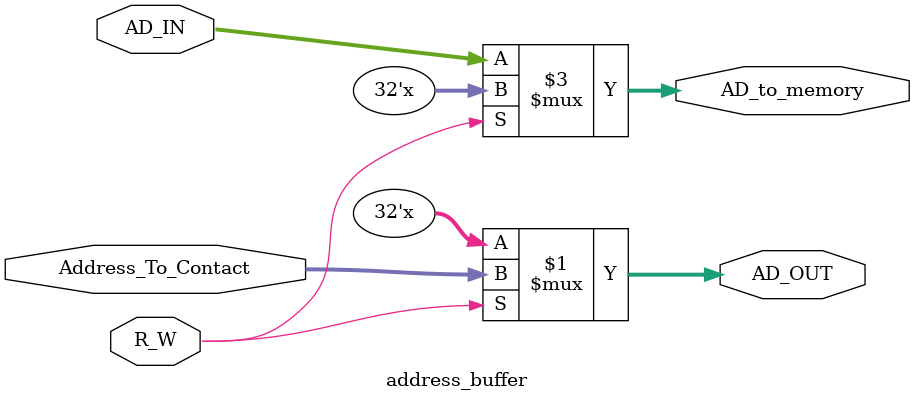
<source format=v>
`timescale 1ns / 1ps
module address_buffer(

input  [31 : 0] AD_IN, 
output [31 : 0] AD_OUT,
output [31 : 0] AD_to_memory,
input [31 : 0] Address_To_Contact,
input R_W // one for  wtite 
// zero for read 
    );

//wire I_O_read, I_O_write;
//assign I_O_read = ((~CB [3]) & (~ CB[2]) & (~ CB[0]) & (CB [1]) );
//assign I_O_write = ((~CB [3]) & (~ CB[2]) & ( CB[0]) & (CB [1]) );
/*
assign AD = (R_W)? Address_To_Contact: 8'hzz;
assign AD_to_memory =(!R_W)?  AD : 8'hzz ;
*/

assign AD_OUT = (R_W)? Address_To_Contact:32'hzzzz_zzzz ; 
assign AD_to_memory =(!R_W)?  AD_IN : 32'hzzzz_zzzz ;


endmodule

</source>
